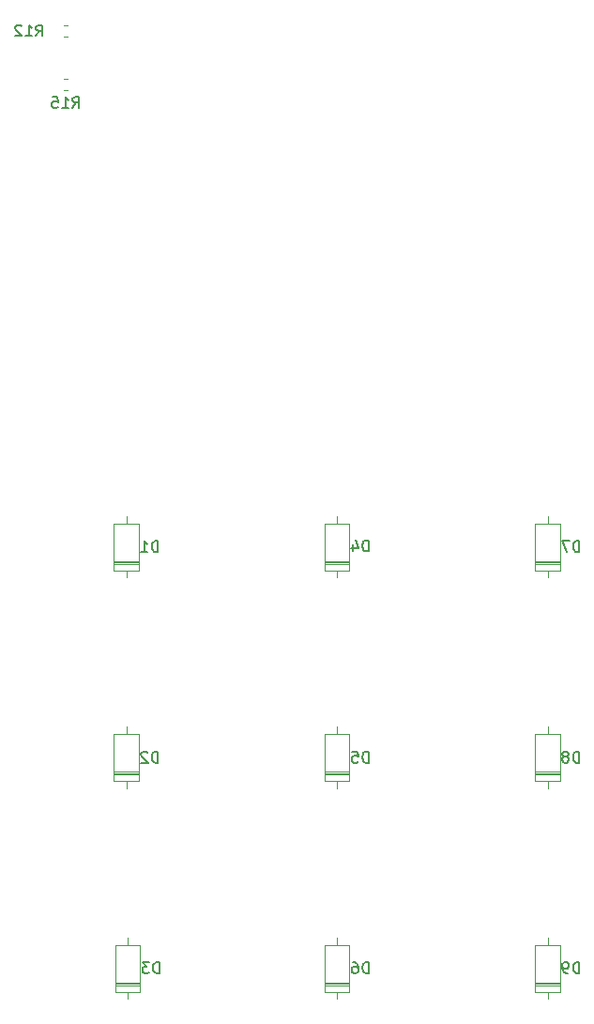
<source format=gbr>
%TF.GenerationSoftware,KiCad,Pcbnew,(5.1.6)-1*%
%TF.CreationDate,2020-09-26T21:35:22-04:00*%
%TF.ProjectId,QAZ_testboard,51415a5f-7465-4737-9462-6f6172642e6b,v1.0*%
%TF.SameCoordinates,Original*%
%TF.FileFunction,Legend,Bot*%
%TF.FilePolarity,Positive*%
%FSLAX46Y46*%
G04 Gerber Fmt 4.6, Leading zero omitted, Abs format (unit mm)*
G04 Created by KiCad (PCBNEW (5.1.6)-1) date 2020-09-26 21:35:22*
%MOMM*%
%LPD*%
G01*
G04 APERTURE LIST*
%ADD10C,0.120000*%
%ADD11C,0.150000*%
G04 APERTURE END LIST*
D10*
%TO.C,R15*%
X95840733Y-45972000D02*
X96183267Y-45972000D01*
X95840733Y-46992000D02*
X96183267Y-46992000D01*
%TO.C,R12*%
X96183267Y-42166000D02*
X95840733Y-42166000D01*
X96183267Y-41146000D02*
X95840733Y-41146000D01*
%TO.C,D9*%
X140620000Y-127710000D02*
X138380000Y-127710000D01*
X140620000Y-127470000D02*
X138380000Y-127470000D01*
X140620000Y-127590000D02*
X138380000Y-127590000D01*
X139500000Y-123420000D02*
X139500000Y-124070000D01*
X139500000Y-128960000D02*
X139500000Y-128310000D01*
X140620000Y-124070000D02*
X140620000Y-128310000D01*
X138380000Y-124070000D02*
X140620000Y-124070000D01*
X138380000Y-128310000D02*
X138380000Y-124070000D01*
X140620000Y-128310000D02*
X138380000Y-128310000D01*
%TO.C,D8*%
X140620000Y-108710000D02*
X138380000Y-108710000D01*
X140620000Y-108470000D02*
X138380000Y-108470000D01*
X140620000Y-108590000D02*
X138380000Y-108590000D01*
X139500000Y-104420000D02*
X139500000Y-105070000D01*
X139500000Y-109960000D02*
X139500000Y-109310000D01*
X140620000Y-105070000D02*
X140620000Y-109310000D01*
X138380000Y-105070000D02*
X140620000Y-105070000D01*
X138380000Y-109310000D02*
X138380000Y-105070000D01*
X140620000Y-109310000D02*
X138380000Y-109310000D01*
%TO.C,D7*%
X140620000Y-89710000D02*
X138380000Y-89710000D01*
X140620000Y-89470000D02*
X138380000Y-89470000D01*
X140620000Y-89590000D02*
X138380000Y-89590000D01*
X139500000Y-85420000D02*
X139500000Y-86070000D01*
X139500000Y-90960000D02*
X139500000Y-90310000D01*
X140620000Y-86070000D02*
X140620000Y-90310000D01*
X138380000Y-86070000D02*
X140620000Y-86070000D01*
X138380000Y-90310000D02*
X138380000Y-86070000D01*
X140620000Y-90310000D02*
X138380000Y-90310000D01*
%TO.C,D6*%
X121620000Y-127710000D02*
X119380000Y-127710000D01*
X121620000Y-127470000D02*
X119380000Y-127470000D01*
X121620000Y-127590000D02*
X119380000Y-127590000D01*
X120500000Y-123420000D02*
X120500000Y-124070000D01*
X120500000Y-128960000D02*
X120500000Y-128310000D01*
X121620000Y-124070000D02*
X121620000Y-128310000D01*
X119380000Y-124070000D02*
X121620000Y-124070000D01*
X119380000Y-128310000D02*
X119380000Y-124070000D01*
X121620000Y-128310000D02*
X119380000Y-128310000D01*
%TO.C,D5*%
X121620000Y-108710000D02*
X119380000Y-108710000D01*
X121620000Y-108470000D02*
X119380000Y-108470000D01*
X121620000Y-108590000D02*
X119380000Y-108590000D01*
X120500000Y-104420000D02*
X120500000Y-105070000D01*
X120500000Y-109960000D02*
X120500000Y-109310000D01*
X121620000Y-105070000D02*
X121620000Y-109310000D01*
X119380000Y-105070000D02*
X121620000Y-105070000D01*
X119380000Y-109310000D02*
X119380000Y-105070000D01*
X121620000Y-109310000D02*
X119380000Y-109310000D01*
%TO.C,D4*%
X121620000Y-89710000D02*
X119380000Y-89710000D01*
X121620000Y-89470000D02*
X119380000Y-89470000D01*
X121620000Y-89590000D02*
X119380000Y-89590000D01*
X120500000Y-85420000D02*
X120500000Y-86070000D01*
X120500000Y-90960000D02*
X120500000Y-90310000D01*
X121620000Y-86070000D02*
X121620000Y-90310000D01*
X119380000Y-86070000D02*
X121620000Y-86070000D01*
X119380000Y-90310000D02*
X119380000Y-86070000D01*
X121620000Y-90310000D02*
X119380000Y-90310000D01*
%TO.C,D3*%
X102720000Y-127710000D02*
X100480000Y-127710000D01*
X102720000Y-127470000D02*
X100480000Y-127470000D01*
X102720000Y-127590000D02*
X100480000Y-127590000D01*
X101600000Y-123420000D02*
X101600000Y-124070000D01*
X101600000Y-128960000D02*
X101600000Y-128310000D01*
X102720000Y-124070000D02*
X102720000Y-128310000D01*
X100480000Y-124070000D02*
X102720000Y-124070000D01*
X100480000Y-128310000D02*
X100480000Y-124070000D01*
X102720000Y-128310000D02*
X100480000Y-128310000D01*
%TO.C,D2*%
X102620000Y-108710000D02*
X100380000Y-108710000D01*
X102620000Y-108470000D02*
X100380000Y-108470000D01*
X102620000Y-108590000D02*
X100380000Y-108590000D01*
X101500000Y-104420000D02*
X101500000Y-105070000D01*
X101500000Y-109960000D02*
X101500000Y-109310000D01*
X102620000Y-105070000D02*
X102620000Y-109310000D01*
X100380000Y-105070000D02*
X102620000Y-105070000D01*
X100380000Y-109310000D02*
X100380000Y-105070000D01*
X102620000Y-109310000D02*
X100380000Y-109310000D01*
%TO.C,D1*%
X102620000Y-89710000D02*
X100380000Y-89710000D01*
X102620000Y-89470000D02*
X100380000Y-89470000D01*
X102620000Y-89590000D02*
X100380000Y-89590000D01*
X101500000Y-85420000D02*
X101500000Y-86070000D01*
X101500000Y-90960000D02*
X101500000Y-90310000D01*
X102620000Y-86070000D02*
X102620000Y-90310000D01*
X100380000Y-86070000D02*
X102620000Y-86070000D01*
X100380000Y-90310000D02*
X100380000Y-86070000D01*
X102620000Y-90310000D02*
X100380000Y-90310000D01*
%TO.C,R15*%
D11*
X96654857Y-48585380D02*
X96988190Y-48109190D01*
X97226285Y-48585380D02*
X97226285Y-47585380D01*
X96845333Y-47585380D01*
X96750095Y-47633000D01*
X96702476Y-47680619D01*
X96654857Y-47775857D01*
X96654857Y-47918714D01*
X96702476Y-48013952D01*
X96750095Y-48061571D01*
X96845333Y-48109190D01*
X97226285Y-48109190D01*
X95702476Y-48585380D02*
X96273904Y-48585380D01*
X95988190Y-48585380D02*
X95988190Y-47585380D01*
X96083428Y-47728238D01*
X96178666Y-47823476D01*
X96273904Y-47871095D01*
X94797714Y-47585380D02*
X95273904Y-47585380D01*
X95321523Y-48061571D01*
X95273904Y-48013952D01*
X95178666Y-47966333D01*
X94940571Y-47966333D01*
X94845333Y-48013952D01*
X94797714Y-48061571D01*
X94750095Y-48156809D01*
X94750095Y-48394904D01*
X94797714Y-48490142D01*
X94845333Y-48537761D01*
X94940571Y-48585380D01*
X95178666Y-48585380D01*
X95273904Y-48537761D01*
X95321523Y-48490142D01*
%TO.C,R12*%
X93352857Y-42108380D02*
X93686190Y-41632190D01*
X93924285Y-42108380D02*
X93924285Y-41108380D01*
X93543333Y-41108380D01*
X93448095Y-41156000D01*
X93400476Y-41203619D01*
X93352857Y-41298857D01*
X93352857Y-41441714D01*
X93400476Y-41536952D01*
X93448095Y-41584571D01*
X93543333Y-41632190D01*
X93924285Y-41632190D01*
X92400476Y-42108380D02*
X92971904Y-42108380D01*
X92686190Y-42108380D02*
X92686190Y-41108380D01*
X92781428Y-41251238D01*
X92876666Y-41346476D01*
X92971904Y-41394095D01*
X92019523Y-41203619D02*
X91971904Y-41156000D01*
X91876666Y-41108380D01*
X91638571Y-41108380D01*
X91543333Y-41156000D01*
X91495714Y-41203619D01*
X91448095Y-41298857D01*
X91448095Y-41394095D01*
X91495714Y-41536952D01*
X92067142Y-42108380D01*
X91448095Y-42108380D01*
%TO.C,D9*%
X142358095Y-126642380D02*
X142358095Y-125642380D01*
X142120000Y-125642380D01*
X141977142Y-125690000D01*
X141881904Y-125785238D01*
X141834285Y-125880476D01*
X141786666Y-126070952D01*
X141786666Y-126213809D01*
X141834285Y-126404285D01*
X141881904Y-126499523D01*
X141977142Y-126594761D01*
X142120000Y-126642380D01*
X142358095Y-126642380D01*
X141310476Y-126642380D02*
X141120000Y-126642380D01*
X141024761Y-126594761D01*
X140977142Y-126547142D01*
X140881904Y-126404285D01*
X140834285Y-126213809D01*
X140834285Y-125832857D01*
X140881904Y-125737619D01*
X140929523Y-125690000D01*
X141024761Y-125642380D01*
X141215238Y-125642380D01*
X141310476Y-125690000D01*
X141358095Y-125737619D01*
X141405714Y-125832857D01*
X141405714Y-126070952D01*
X141358095Y-126166190D01*
X141310476Y-126213809D01*
X141215238Y-126261428D01*
X141024761Y-126261428D01*
X140929523Y-126213809D01*
X140881904Y-126166190D01*
X140834285Y-126070952D01*
%TO.C,D8*%
X142358095Y-107642380D02*
X142358095Y-106642380D01*
X142120000Y-106642380D01*
X141977142Y-106690000D01*
X141881904Y-106785238D01*
X141834285Y-106880476D01*
X141786666Y-107070952D01*
X141786666Y-107213809D01*
X141834285Y-107404285D01*
X141881904Y-107499523D01*
X141977142Y-107594761D01*
X142120000Y-107642380D01*
X142358095Y-107642380D01*
X141215238Y-107070952D02*
X141310476Y-107023333D01*
X141358095Y-106975714D01*
X141405714Y-106880476D01*
X141405714Y-106832857D01*
X141358095Y-106737619D01*
X141310476Y-106690000D01*
X141215238Y-106642380D01*
X141024761Y-106642380D01*
X140929523Y-106690000D01*
X140881904Y-106737619D01*
X140834285Y-106832857D01*
X140834285Y-106880476D01*
X140881904Y-106975714D01*
X140929523Y-107023333D01*
X141024761Y-107070952D01*
X141215238Y-107070952D01*
X141310476Y-107118571D01*
X141358095Y-107166190D01*
X141405714Y-107261428D01*
X141405714Y-107451904D01*
X141358095Y-107547142D01*
X141310476Y-107594761D01*
X141215238Y-107642380D01*
X141024761Y-107642380D01*
X140929523Y-107594761D01*
X140881904Y-107547142D01*
X140834285Y-107451904D01*
X140834285Y-107261428D01*
X140881904Y-107166190D01*
X140929523Y-107118571D01*
X141024761Y-107070952D01*
%TO.C,D7*%
X142358095Y-88642380D02*
X142358095Y-87642380D01*
X142120000Y-87642380D01*
X141977142Y-87690000D01*
X141881904Y-87785238D01*
X141834285Y-87880476D01*
X141786666Y-88070952D01*
X141786666Y-88213809D01*
X141834285Y-88404285D01*
X141881904Y-88499523D01*
X141977142Y-88594761D01*
X142120000Y-88642380D01*
X142358095Y-88642380D01*
X141453333Y-87642380D02*
X140786666Y-87642380D01*
X141215238Y-88642380D01*
%TO.C,D6*%
X123358095Y-126642380D02*
X123358095Y-125642380D01*
X123120000Y-125642380D01*
X122977142Y-125690000D01*
X122881904Y-125785238D01*
X122834285Y-125880476D01*
X122786666Y-126070952D01*
X122786666Y-126213809D01*
X122834285Y-126404285D01*
X122881904Y-126499523D01*
X122977142Y-126594761D01*
X123120000Y-126642380D01*
X123358095Y-126642380D01*
X121929523Y-125642380D02*
X122120000Y-125642380D01*
X122215238Y-125690000D01*
X122262857Y-125737619D01*
X122358095Y-125880476D01*
X122405714Y-126070952D01*
X122405714Y-126451904D01*
X122358095Y-126547142D01*
X122310476Y-126594761D01*
X122215238Y-126642380D01*
X122024761Y-126642380D01*
X121929523Y-126594761D01*
X121881904Y-126547142D01*
X121834285Y-126451904D01*
X121834285Y-126213809D01*
X121881904Y-126118571D01*
X121929523Y-126070952D01*
X122024761Y-126023333D01*
X122215238Y-126023333D01*
X122310476Y-126070952D01*
X122358095Y-126118571D01*
X122405714Y-126213809D01*
%TO.C,D5*%
X123358095Y-107642380D02*
X123358095Y-106642380D01*
X123120000Y-106642380D01*
X122977142Y-106690000D01*
X122881904Y-106785238D01*
X122834285Y-106880476D01*
X122786666Y-107070952D01*
X122786666Y-107213809D01*
X122834285Y-107404285D01*
X122881904Y-107499523D01*
X122977142Y-107594761D01*
X123120000Y-107642380D01*
X123358095Y-107642380D01*
X121881904Y-106642380D02*
X122358095Y-106642380D01*
X122405714Y-107118571D01*
X122358095Y-107070952D01*
X122262857Y-107023333D01*
X122024761Y-107023333D01*
X121929523Y-107070952D01*
X121881904Y-107118571D01*
X121834285Y-107213809D01*
X121834285Y-107451904D01*
X121881904Y-107547142D01*
X121929523Y-107594761D01*
X122024761Y-107642380D01*
X122262857Y-107642380D01*
X122358095Y-107594761D01*
X122405714Y-107547142D01*
%TO.C,D4*%
X123358095Y-88590380D02*
X123358095Y-87590380D01*
X123120000Y-87590380D01*
X122977142Y-87638000D01*
X122881904Y-87733238D01*
X122834285Y-87828476D01*
X122786666Y-88018952D01*
X122786666Y-88161809D01*
X122834285Y-88352285D01*
X122881904Y-88447523D01*
X122977142Y-88542761D01*
X123120000Y-88590380D01*
X123358095Y-88590380D01*
X121929523Y-87923714D02*
X121929523Y-88590380D01*
X122167619Y-87542761D02*
X122405714Y-88257047D01*
X121786666Y-88257047D01*
%TO.C,D3*%
X104458095Y-126642380D02*
X104458095Y-125642380D01*
X104220000Y-125642380D01*
X104077142Y-125690000D01*
X103981904Y-125785238D01*
X103934285Y-125880476D01*
X103886666Y-126070952D01*
X103886666Y-126213809D01*
X103934285Y-126404285D01*
X103981904Y-126499523D01*
X104077142Y-126594761D01*
X104220000Y-126642380D01*
X104458095Y-126642380D01*
X103553333Y-125642380D02*
X102934285Y-125642380D01*
X103267619Y-126023333D01*
X103124761Y-126023333D01*
X103029523Y-126070952D01*
X102981904Y-126118571D01*
X102934285Y-126213809D01*
X102934285Y-126451904D01*
X102981904Y-126547142D01*
X103029523Y-126594761D01*
X103124761Y-126642380D01*
X103410476Y-126642380D01*
X103505714Y-126594761D01*
X103553333Y-126547142D01*
%TO.C,D2*%
X104358095Y-107642380D02*
X104358095Y-106642380D01*
X104120000Y-106642380D01*
X103977142Y-106690000D01*
X103881904Y-106785238D01*
X103834285Y-106880476D01*
X103786666Y-107070952D01*
X103786666Y-107213809D01*
X103834285Y-107404285D01*
X103881904Y-107499523D01*
X103977142Y-107594761D01*
X104120000Y-107642380D01*
X104358095Y-107642380D01*
X103405714Y-106737619D02*
X103358095Y-106690000D01*
X103262857Y-106642380D01*
X103024761Y-106642380D01*
X102929523Y-106690000D01*
X102881904Y-106737619D01*
X102834285Y-106832857D01*
X102834285Y-106928095D01*
X102881904Y-107070952D01*
X103453333Y-107642380D01*
X102834285Y-107642380D01*
%TO.C,D1*%
X104358095Y-88642380D02*
X104358095Y-87642380D01*
X104120000Y-87642380D01*
X103977142Y-87690000D01*
X103881904Y-87785238D01*
X103834285Y-87880476D01*
X103786666Y-88070952D01*
X103786666Y-88213809D01*
X103834285Y-88404285D01*
X103881904Y-88499523D01*
X103977142Y-88594761D01*
X104120000Y-88642380D01*
X104358095Y-88642380D01*
X102834285Y-88642380D02*
X103405714Y-88642380D01*
X103120000Y-88642380D02*
X103120000Y-87642380D01*
X103215238Y-87785238D01*
X103310476Y-87880476D01*
X103405714Y-87928095D01*
%TD*%
M02*

</source>
